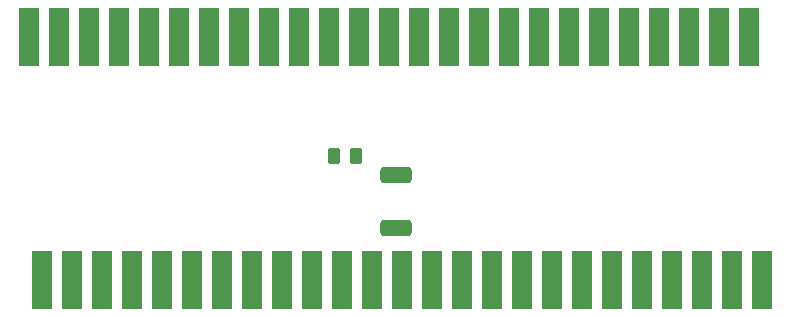
<source format=gbr>
%TF.GenerationSoftware,KiCad,Pcbnew,(6.0.5-0)*%
%TF.CreationDate,2022-12-24T01:00:06+09:00*%
%TF.ProjectId,ScsiRider1.2,53637369-5269-4646-9572-312e322e6b69,rev?*%
%TF.SameCoordinates,Original*%
%TF.FileFunction,Soldermask,Bot*%
%TF.FilePolarity,Negative*%
%FSLAX46Y46*%
G04 Gerber Fmt 4.6, Leading zero omitted, Abs format (unit mm)*
G04 Created by KiCad (PCBNEW (6.0.5-0)) date 2022-12-24 01:00:06*
%MOMM*%
%LPD*%
G01*
G04 APERTURE LIST*
G04 Aperture macros list*
%AMRoundRect*
0 Rectangle with rounded corners*
0 $1 Rounding radius*
0 $2 $3 $4 $5 $6 $7 $8 $9 X,Y pos of 4 corners*
0 Add a 4 corners polygon primitive as box body*
4,1,4,$2,$3,$4,$5,$6,$7,$8,$9,$2,$3,0*
0 Add four circle primitives for the rounded corners*
1,1,$1+$1,$2,$3*
1,1,$1+$1,$4,$5*
1,1,$1+$1,$6,$7*
1,1,$1+$1,$8,$9*
0 Add four rect primitives between the rounded corners*
20,1,$1+$1,$2,$3,$4,$5,0*
20,1,$1+$1,$4,$5,$6,$7,0*
20,1,$1+$1,$6,$7,$8,$9,0*
20,1,$1+$1,$8,$9,$2,$3,0*%
G04 Aperture macros list end*
%ADD10R,1.780000X5.000000*%
%ADD11RoundRect,0.250000X0.262500X0.450000X-0.262500X0.450000X-0.262500X-0.450000X0.262500X-0.450000X0*%
%ADD12RoundRect,0.250000X1.075000X-0.425000X1.075000X0.425000X-1.075000X0.425000X-1.075000X-0.425000X0*%
G04 APERTURE END LIST*
D10*
%TO.C,J2*%
X173755000Y-117550000D03*
X171215000Y-117550000D03*
X168675000Y-117550000D03*
X166135000Y-117550000D03*
X163595000Y-117550000D03*
X161055000Y-117550000D03*
X158515000Y-117550000D03*
X155975000Y-117550000D03*
X153435000Y-117550000D03*
X150895000Y-117550000D03*
X148355000Y-117550000D03*
X145815000Y-117550000D03*
X143275000Y-117550000D03*
X140735000Y-117550000D03*
X138195000Y-117550000D03*
X135655000Y-117550000D03*
X133115000Y-117550000D03*
X130575000Y-117550000D03*
X128035000Y-117550000D03*
X125495000Y-117550000D03*
X122955000Y-117550000D03*
X120415000Y-117550000D03*
X117875000Y-117550000D03*
X115335000Y-117550000D03*
X112795000Y-117550000D03*
%TD*%
%TO.C,J1*%
X113877005Y-138147325D03*
X116417005Y-138147325D03*
X118957005Y-138147325D03*
X121497005Y-138147325D03*
X124037005Y-138147325D03*
X126577005Y-138147325D03*
X129117005Y-138147325D03*
X131657005Y-138147325D03*
X134197005Y-138147325D03*
X136737005Y-138147325D03*
X139277005Y-138147325D03*
X141817005Y-138147325D03*
X144357005Y-138147325D03*
X146897005Y-138147325D03*
X149437005Y-138147325D03*
X151977005Y-138147325D03*
X154517005Y-138147325D03*
X157057005Y-138147325D03*
X159597005Y-138147325D03*
X162137005Y-138147325D03*
X164677005Y-138147325D03*
X167217005Y-138147325D03*
X169757005Y-138147325D03*
X172297005Y-138147325D03*
X174837005Y-138147325D03*
%TD*%
D11*
%TO.C,331*%
X140417500Y-127670000D03*
X138592500Y-127670000D03*
%TD*%
D12*
%TO.C,F1*%
X143870000Y-133745000D03*
X143870000Y-129245000D03*
%TD*%
M02*

</source>
